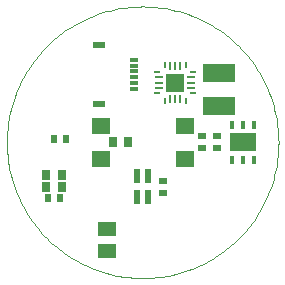
<source format=gbr>
G04 EAGLE Gerber RS-274X export*
G75*
%MOMM*%
%FSLAX35Y35*%
%LPD*%
%INsolder_paste_top*%
%IPPOS*%
%AMOC8*
5,1,8,0,0,1.08239X$1,22.5*%
G01*
%ADD10C,0.010000*%
%ADD11R,0.700000X0.900000*%
%ADD12R,1.500000X1.500000*%
%ADD13R,0.250000X0.800000*%
%ADD14R,0.800000X0.250000*%
%ADD15R,0.550000X0.250000*%
%ADD16R,0.250000X0.550000*%
%ADD17R,2.300000X1.500000*%
%ADD18R,0.460000X0.710000*%
%ADD19R,0.700000X0.600000*%
%ADD20R,2.700000X1.600000*%
%ADD21R,0.600000X0.700000*%
%ADD22R,1.500000X1.300000*%
%ADD23R,1.600000X1.400000*%
%ADD24R,0.700000X0.300000*%
%ADD25R,1.000000X0.600000*%
%ADD26R,0.600000X1.200000*%


D10*
X-1150000Y0D02*
X-1149654Y28222D01*
X-1148615Y56428D01*
X-1146884Y84599D01*
X-1144462Y112720D01*
X-1141351Y140772D01*
X-1137553Y168740D01*
X-1133069Y196606D01*
X-1127903Y224354D01*
X-1122057Y251966D01*
X-1115536Y279427D01*
X-1108342Y306720D01*
X-1100481Y333827D01*
X-1091957Y360734D01*
X-1082776Y387423D01*
X-1072942Y413879D01*
X-1062461Y440086D01*
X-1051341Y466028D01*
X-1039588Y491688D01*
X-1027208Y517053D01*
X-1014209Y542106D01*
X-1000600Y566833D01*
X-986388Y591218D01*
X-971582Y615247D01*
X-956190Y638906D01*
X-940223Y662179D01*
X-923689Y685054D01*
X-906598Y707516D01*
X-888962Y729552D01*
X-870790Y751149D01*
X-852094Y772293D01*
X-832884Y792972D01*
X-813173Y813173D01*
X-792972Y832884D01*
X-772293Y852094D01*
X-751149Y870790D01*
X-729552Y888962D01*
X-707516Y906598D01*
X-685054Y923689D01*
X-662179Y940223D01*
X-638906Y956190D01*
X-615247Y971582D01*
X-591218Y986388D01*
X-566833Y1000600D01*
X-542106Y1014209D01*
X-517053Y1027208D01*
X-491688Y1039588D01*
X-466028Y1051341D01*
X-440086Y1062461D01*
X-413879Y1072942D01*
X-387423Y1082776D01*
X-360734Y1091957D01*
X-333827Y1100481D01*
X-306720Y1108342D01*
X-279427Y1115536D01*
X-251966Y1122057D01*
X-224354Y1127903D01*
X-196606Y1133069D01*
X-168740Y1137553D01*
X-140772Y1141351D01*
X-112720Y1144462D01*
X-84599Y1146884D01*
X-56428Y1148615D01*
X-28222Y1149654D01*
X0Y1150000D01*
X28222Y1149654D01*
X56428Y1148615D01*
X84599Y1146884D01*
X112720Y1144462D01*
X140772Y1141351D01*
X168740Y1137553D01*
X196606Y1133069D01*
X224354Y1127903D01*
X251966Y1122057D01*
X279427Y1115536D01*
X306720Y1108342D01*
X333827Y1100481D01*
X360734Y1091957D01*
X387423Y1082776D01*
X413879Y1072942D01*
X440086Y1062461D01*
X466028Y1051341D01*
X491688Y1039588D01*
X517053Y1027208D01*
X542106Y1014209D01*
X566833Y1000600D01*
X591218Y986388D01*
X615247Y971582D01*
X638906Y956190D01*
X662179Y940223D01*
X685054Y923689D01*
X707516Y906598D01*
X729552Y888962D01*
X751149Y870790D01*
X772293Y852094D01*
X792972Y832884D01*
X813173Y813173D01*
X832884Y792972D01*
X852094Y772293D01*
X870790Y751149D01*
X888962Y729552D01*
X906598Y707516D01*
X923689Y685054D01*
X940223Y662179D01*
X956190Y638906D01*
X971582Y615247D01*
X986388Y591218D01*
X1000600Y566833D01*
X1014209Y542106D01*
X1027208Y517053D01*
X1039588Y491688D01*
X1051341Y466028D01*
X1062461Y440086D01*
X1072942Y413879D01*
X1082776Y387423D01*
X1091957Y360734D01*
X1100481Y333827D01*
X1108342Y306720D01*
X1115536Y279427D01*
X1122057Y251966D01*
X1127903Y224354D01*
X1133069Y196606D01*
X1137553Y168740D01*
X1141351Y140772D01*
X1144462Y112720D01*
X1146884Y84599D01*
X1148615Y56428D01*
X1149654Y28222D01*
X1150000Y0D01*
X1149654Y-28222D01*
X1148615Y-56428D01*
X1146884Y-84599D01*
X1144462Y-112720D01*
X1141351Y-140772D01*
X1137553Y-168740D01*
X1133069Y-196606D01*
X1127903Y-224354D01*
X1122057Y-251966D01*
X1115536Y-279427D01*
X1108342Y-306720D01*
X1100481Y-333827D01*
X1091957Y-360734D01*
X1082776Y-387423D01*
X1072942Y-413879D01*
X1062461Y-440086D01*
X1051341Y-466028D01*
X1039588Y-491688D01*
X1027208Y-517053D01*
X1014209Y-542106D01*
X1000600Y-566833D01*
X986388Y-591218D01*
X971582Y-615247D01*
X956190Y-638906D01*
X940223Y-662179D01*
X923689Y-685054D01*
X906598Y-707516D01*
X888962Y-729552D01*
X870790Y-751149D01*
X852094Y-772293D01*
X832884Y-792972D01*
X813173Y-813173D01*
X792972Y-832884D01*
X772293Y-852094D01*
X751149Y-870790D01*
X729552Y-888962D01*
X707516Y-906598D01*
X685054Y-923689D01*
X662179Y-940223D01*
X638906Y-956190D01*
X615247Y-971582D01*
X591218Y-986388D01*
X566833Y-1000600D01*
X542106Y-1014209D01*
X517053Y-1027208D01*
X491688Y-1039588D01*
X466028Y-1051341D01*
X440086Y-1062461D01*
X413879Y-1072942D01*
X387423Y-1082776D01*
X360734Y-1091957D01*
X333827Y-1100481D01*
X306720Y-1108342D01*
X279427Y-1115536D01*
X251966Y-1122057D01*
X224354Y-1127903D01*
X196606Y-1133069D01*
X168740Y-1137553D01*
X140772Y-1141351D01*
X112720Y-1144462D01*
X84599Y-1146884D01*
X56428Y-1148615D01*
X28222Y-1149654D01*
X0Y-1150000D01*
X-28222Y-1149654D01*
X-56428Y-1148615D01*
X-84599Y-1146884D01*
X-112720Y-1144462D01*
X-140772Y-1141351D01*
X-168740Y-1137553D01*
X-196606Y-1133069D01*
X-224354Y-1127903D01*
X-251966Y-1122057D01*
X-279427Y-1115536D01*
X-306720Y-1108342D01*
X-333827Y-1100481D01*
X-360734Y-1091957D01*
X-387423Y-1082776D01*
X-413879Y-1072942D01*
X-440086Y-1062461D01*
X-466028Y-1051341D01*
X-491688Y-1039588D01*
X-517053Y-1027208D01*
X-542106Y-1014209D01*
X-566833Y-1000600D01*
X-591218Y-986388D01*
X-615247Y-971582D01*
X-638906Y-956190D01*
X-662179Y-940223D01*
X-685054Y-923689D01*
X-707516Y-906598D01*
X-729552Y-888962D01*
X-751149Y-870790D01*
X-772293Y-852094D01*
X-792972Y-832884D01*
X-813173Y-813173D01*
X-832884Y-792972D01*
X-852094Y-772293D01*
X-870790Y-751149D01*
X-888962Y-729552D01*
X-906598Y-707516D01*
X-923689Y-685054D01*
X-940223Y-662179D01*
X-956190Y-638906D01*
X-971582Y-615247D01*
X-986388Y-591218D01*
X-1000600Y-566833D01*
X-1014209Y-542106D01*
X-1027208Y-517053D01*
X-1039588Y-491688D01*
X-1051341Y-466028D01*
X-1062461Y-440086D01*
X-1072942Y-413879D01*
X-1082776Y-387423D01*
X-1091957Y-360734D01*
X-1100481Y-333827D01*
X-1108342Y-306720D01*
X-1115536Y-279427D01*
X-1122057Y-251966D01*
X-1127903Y-224354D01*
X-1133069Y-196606D01*
X-1137553Y-168740D01*
X-1141351Y-140772D01*
X-1144462Y-112720D01*
X-1146884Y-84599D01*
X-1148615Y-56428D01*
X-1149654Y-28222D01*
X-1150000Y0D01*
D11*
X-255000Y0D03*
X-125000Y0D03*
D12*
X275000Y505000D03*
D13*
X230000Y645000D03*
X275000Y645000D03*
X320000Y645000D03*
X230000Y365000D03*
X275000Y365000D03*
X320000Y365000D03*
D14*
X410000Y460000D03*
X410000Y505000D03*
X410000Y550000D03*
X135000Y460000D03*
X135000Y505000D03*
X135000Y550000D03*
D15*
X123000Y415000D03*
D16*
X185000Y353000D03*
X185000Y657000D03*
D15*
X123000Y595000D03*
D16*
X365000Y657000D03*
X365000Y353000D03*
D15*
X423000Y415000D03*
X423000Y595000D03*
D17*
X850000Y0D03*
D18*
X944000Y148000D03*
X850000Y148000D03*
X756000Y148000D03*
X850000Y-148000D03*
X755000Y-148000D03*
X945000Y-148000D03*
D19*
X500000Y50000D03*
X500000Y-50000D03*
D20*
X650000Y310000D03*
X650000Y590000D03*
D21*
X-700000Y-475000D03*
X-800000Y-475000D03*
D22*
X-300000Y-920000D03*
X-300000Y-730000D03*
D19*
X625000Y50000D03*
X625000Y-50000D03*
D23*
X355600Y139700D03*
X355600Y-139700D03*
X-355600Y-139700D03*
X-355600Y139700D03*
D24*
X-73000Y550000D03*
X-73000Y600000D03*
X-73000Y650000D03*
X-73000Y500000D03*
X-73000Y450000D03*
X-73000Y700000D03*
D25*
X-373000Y825000D03*
X-373000Y325000D03*
D19*
X175000Y-425000D03*
X175000Y-325000D03*
D26*
X48000Y-285000D03*
X-48000Y-285000D03*
X-48000Y-465000D03*
X48000Y-465000D03*
D11*
X-685000Y-275000D03*
X-815000Y-275000D03*
X-685000Y-375000D03*
X-815000Y-375000D03*
D21*
X-750000Y25000D03*
X-650000Y25000D03*
M02*

</source>
